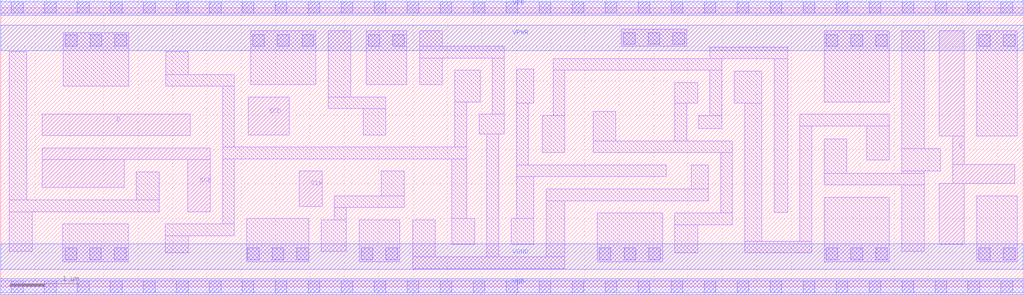
<source format=lef>
# Copyright 2020 The SkyWater PDK Authors
#
# Licensed under the Apache License, Version 2.0 (the "License");
# you may not use this file except in compliance with the License.
# You may obtain a copy of the License at
#
#     https://www.apache.org/licenses/LICENSE-2.0
#
# Unless required by applicable law or agreed to in writing, software
# distributed under the License is distributed on an "AS IS" BASIS,
# WITHOUT WARRANTIES OR CONDITIONS OF ANY KIND, either express or implied.
# See the License for the specific language governing permissions and
# limitations under the License.
#
# SPDX-License-Identifier: Apache-2.0

VERSION 5.5 ;
NAMESCASESENSITIVE ON ;
BUSBITCHARS "[]" ;
DIVIDERCHAR "/" ;
SITE unithvdbl
    SYMMETRY y  ;
    CLASS CORE  ;
    SIZE  0.480 BY 8.140 ;
END unithvdbl
MACRO sky130_fd_sc_hvl__sdfxtp_1
  CLASS CORE ;
  SOURCE USER ;
  ORIGIN  0.000000  0.000000 ;
  SIZE  14.88000 BY  4.070000 ;
  SYMMETRY X Y ;
  SITE unithv ;
  PIN D
    ANTENNAGATEAREA  0.420000 ;
    DIRECTION INPUT ;
    USE SIGNAL ;
    PORT
      LAYER li1 ;
        RECT 0.605000 2.205000 2.755000 2.520000 ;
    END
  END D
  PIN Q
    ANTENNADIFFAREA  0.596250 ;
    DIRECTION OUTPUT ;
    USE SIGNAL ;
    PORT
      LAYER li1 ;
        RECT 13.660000 0.615000 14.020000 1.505000 ;
        RECT 13.660000 2.195000 14.020000 3.735000 ;
        RECT 13.850000 1.505000 14.755000 1.780000 ;
        RECT 13.850000 1.780000 14.020000 2.195000 ;
    END
  END Q
  PIN SCD
    ANTENNAGATEAREA  0.420000 ;
    DIRECTION INPUT ;
    USE SIGNAL ;
    PORT
      LAYER li1 ;
        RECT 3.600000 2.215000 4.195000 2.765000 ;
    END
  END SCD
  PIN SCE
    ANTENNAGATEAREA  0.840000 ;
    DIRECTION INPUT ;
    USE SIGNAL ;
    PORT
      LAYER li1 ;
        RECT 0.605000 1.445000 1.795000 1.855000 ;
        RECT 0.605000 1.855000 3.050000 2.025000 ;
        RECT 2.720000 1.095000 3.050000 1.855000 ;
    END
  END SCE
  PIN CLK
    ANTENNAGATEAREA  0.585000 ;
    DIRECTION INPUT ;
    USE CLOCK ;
    PORT
      LAYER li1 ;
        RECT 4.345000 1.175000 4.675000 1.685000 ;
    END
  END CLK
  PIN VGND
    DIRECTION INOUT ;
    USE GROUND ;
    PORT
      LAYER met1 ;
        RECT 0.000000 0.255000 14.880000 0.625000 ;
    END
  END VGND
  PIN VNB
    DIRECTION INOUT ;
    USE GROUND ;
    PORT
      LAYER met1 ;
        RECT 0.000000 -0.115000 14.880000 0.115000 ;
    END
  END VNB
  PIN VPB
    DIRECTION INOUT ;
    USE POWER ;
    PORT
      LAYER met1 ;
        RECT 0.000000 3.955000 14.880000 4.185000 ;
    END
  END VPB
  PIN VPWR
    DIRECTION INOUT ;
    USE POWER ;
    PORT
      LAYER met1 ;
        RECT 0.000000 3.445000 14.880000 3.815000 ;
    END
  END VPWR
  OBS
    LAYER li1 ;
      RECT  0.000000 -0.085000 14.880000 0.085000 ;
      RECT  0.000000  3.985000 14.880000 4.155000 ;
      RECT  0.125000  0.515000  0.455000 1.095000 ;
      RECT  0.125000  1.095000  2.305000 1.265000 ;
      RECT  0.125000  1.265000  0.380000 3.425000 ;
      RECT  0.905000  0.365000  1.855000 0.915000 ;
      RECT  0.910000  2.925000  1.860000 3.705000 ;
      RECT  1.975000  1.265000  2.305000 1.675000 ;
      RECT  2.395000  0.495000  2.725000 0.745000 ;
      RECT  2.395000  0.745000  3.400000 0.915000 ;
      RECT  2.400000  2.925000  3.400000 3.095000 ;
      RECT  2.400000  3.095000  2.730000 3.425000 ;
      RECT  3.230000  0.915000  3.400000 1.865000 ;
      RECT  3.230000  1.865000  6.780000 2.035000 ;
      RECT  3.230000  2.035000  3.400000 2.925000 ;
      RECT  3.580000  0.365000  4.485000 0.995000 ;
      RECT  3.635000  2.945000  4.585000 3.735000 ;
      RECT  4.665000  0.515000  5.025000 0.975000 ;
      RECT  4.765000  2.595000  5.605000 2.765000 ;
      RECT  4.765000  2.765000  5.095000 3.735000 ;
      RECT  4.855000  0.975000  5.025000 1.155000 ;
      RECT  4.855000  1.155000  5.870000 1.325000 ;
      RECT  5.215000  0.365000  5.805000 0.975000 ;
      RECT  5.275000  2.215000  5.605000 2.595000 ;
      RECT  5.315000  2.945000  5.905000 3.735000 ;
      RECT  5.540000  1.325000  5.870000 1.685000 ;
      RECT  5.995000  0.265000  8.210000 0.435000 ;
      RECT  5.995000  0.435000  6.325000 0.975000 ;
      RECT  6.095000  2.945000  6.425000 3.335000 ;
      RECT  6.095000  3.335000  7.325000 3.505000 ;
      RECT  6.095000  3.505000  6.425000 3.735000 ;
      RECT  6.565000  0.615000  6.895000 0.995000 ;
      RECT  6.565000  0.995000  6.780000 1.865000 ;
      RECT  6.610000  2.035000  6.780000 2.695000 ;
      RECT  6.610000  2.695000  6.975000 3.155000 ;
      RECT  6.960000  2.225000  7.325000 2.515000 ;
      RECT  7.075000  0.435000  7.245000 2.225000 ;
      RECT  7.155000  2.515000  7.325000 3.335000 ;
      RECT  7.425000  0.615000  7.755000 0.995000 ;
      RECT  7.505000  0.995000  7.755000 1.605000 ;
      RECT  7.505000  1.605000  9.685000 1.775000 ;
      RECT  7.505000  1.775000  7.675000 2.675000 ;
      RECT  7.505000  2.675000  7.755000 3.175000 ;
      RECT  7.880000  1.955000  8.210000 2.495000 ;
      RECT  7.935000  0.435000  8.210000 1.255000 ;
      RECT  7.935000  1.255000 10.295000 1.425000 ;
      RECT  8.040000  2.495000  8.210000 3.155000 ;
      RECT  8.040000  3.155000 10.490000 3.325000 ;
      RECT  8.620000  1.955000 10.645000 2.125000 ;
      RECT  8.620000  2.125000  8.950000 2.555000 ;
      RECT  8.680000  0.365000  9.630000 1.075000 ;
      RECT  9.030000  3.505000  9.980000 3.755000 ;
      RECT  9.810000  0.495000 10.140000 0.905000 ;
      RECT  9.810000  0.905000 10.645000 1.075000 ;
      RECT  9.810000  2.125000  9.980000 2.675000 ;
      RECT  9.810000  2.675000 10.140000 2.975000 ;
      RECT 10.045000  1.425000 10.295000 1.775000 ;
      RECT 10.160000  2.305000 10.490000 2.495000 ;
      RECT 10.320000  2.495000 10.490000 3.155000 ;
      RECT 10.320000  3.325000 11.450000 3.495000 ;
      RECT 10.475000  1.075000 10.645000 1.955000 ;
      RECT 10.670000  2.675000 11.075000 3.145000 ;
      RECT 10.825000  0.495000 11.800000 0.665000 ;
      RECT 10.825000  0.665000 11.075000 2.675000 ;
      RECT 11.255000  1.085000 11.450000 3.325000 ;
      RECT 11.630000  0.665000 11.800000 2.345000 ;
      RECT 11.630000  2.345000 12.930000 2.515000 ;
      RECT 11.980000  0.365000 12.930000 1.305000 ;
      RECT 11.980000  1.485000 13.440000 1.655000 ;
      RECT 11.980000  1.655000 12.310000 2.155000 ;
      RECT 11.980000  2.695000 12.930000 3.735000 ;
      RECT 12.600000  1.845000 12.930000 2.345000 ;
      RECT 13.110000  0.515000 13.440000 1.485000 ;
      RECT 13.110000  1.655000 13.440000 1.685000 ;
      RECT 13.110000  1.685000 13.670000 2.015000 ;
      RECT 13.110000  2.015000 13.440000 3.735000 ;
      RECT 14.200000  0.365000 14.790000 1.325000 ;
      RECT 14.200000  2.195000 14.790000 3.735000 ;
    LAYER mcon ;
      RECT  0.155000 -0.085000  0.325000 0.085000 ;
      RECT  0.155000 -0.085000  0.325000 0.085000 ;
      RECT  0.155000  3.985000  0.325000 4.155000 ;
      RECT  0.155000  3.985000  0.325000 4.155000 ;
      RECT  0.635000 -0.085000  0.805000 0.085000 ;
      RECT  0.635000 -0.085000  0.805000 0.085000 ;
      RECT  0.635000  3.985000  0.805000 4.155000 ;
      RECT  0.635000  3.985000  0.805000 4.155000 ;
      RECT  0.935000  0.395000  1.105000 0.565000 ;
      RECT  0.940000  3.505000  1.110000 3.675000 ;
      RECT  1.115000 -0.085000  1.285000 0.085000 ;
      RECT  1.115000 -0.085000  1.285000 0.085000 ;
      RECT  1.115000  3.985000  1.285000 4.155000 ;
      RECT  1.115000  3.985000  1.285000 4.155000 ;
      RECT  1.295000  0.395000  1.465000 0.565000 ;
      RECT  1.300000  3.505000  1.470000 3.675000 ;
      RECT  1.595000 -0.085000  1.765000 0.085000 ;
      RECT  1.595000 -0.085000  1.765000 0.085000 ;
      RECT  1.595000  3.985000  1.765000 4.155000 ;
      RECT  1.595000  3.985000  1.765000 4.155000 ;
      RECT  1.655000  0.395000  1.825000 0.565000 ;
      RECT  1.660000  3.505000  1.830000 3.675000 ;
      RECT  2.075000 -0.085000  2.245000 0.085000 ;
      RECT  2.075000 -0.085000  2.245000 0.085000 ;
      RECT  2.075000  3.985000  2.245000 4.155000 ;
      RECT  2.075000  3.985000  2.245000 4.155000 ;
      RECT  2.555000 -0.085000  2.725000 0.085000 ;
      RECT  2.555000 -0.085000  2.725000 0.085000 ;
      RECT  2.555000  3.985000  2.725000 4.155000 ;
      RECT  2.555000  3.985000  2.725000 4.155000 ;
      RECT  3.035000 -0.085000  3.205000 0.085000 ;
      RECT  3.035000 -0.085000  3.205000 0.085000 ;
      RECT  3.035000  3.985000  3.205000 4.155000 ;
      RECT  3.035000  3.985000  3.205000 4.155000 ;
      RECT  3.515000 -0.085000  3.685000 0.085000 ;
      RECT  3.515000 -0.085000  3.685000 0.085000 ;
      RECT  3.515000  3.985000  3.685000 4.155000 ;
      RECT  3.515000  3.985000  3.685000 4.155000 ;
      RECT  3.590000  0.395000  3.760000 0.565000 ;
      RECT  3.665000  3.505000  3.835000 3.675000 ;
      RECT  3.950000  0.395000  4.120000 0.565000 ;
      RECT  3.995000 -0.085000  4.165000 0.085000 ;
      RECT  3.995000 -0.085000  4.165000 0.085000 ;
      RECT  3.995000  3.985000  4.165000 4.155000 ;
      RECT  3.995000  3.985000  4.165000 4.155000 ;
      RECT  4.025000  3.505000  4.195000 3.675000 ;
      RECT  4.310000  0.395000  4.480000 0.565000 ;
      RECT  4.385000  3.505000  4.555000 3.675000 ;
      RECT  4.475000 -0.085000  4.645000 0.085000 ;
      RECT  4.475000 -0.085000  4.645000 0.085000 ;
      RECT  4.475000  3.985000  4.645000 4.155000 ;
      RECT  4.475000  3.985000  4.645000 4.155000 ;
      RECT  4.955000 -0.085000  5.125000 0.085000 ;
      RECT  4.955000 -0.085000  5.125000 0.085000 ;
      RECT  4.955000  3.985000  5.125000 4.155000 ;
      RECT  4.955000  3.985000  5.125000 4.155000 ;
      RECT  5.245000  0.395000  5.415000 0.565000 ;
      RECT  5.345000  3.505000  5.515000 3.675000 ;
      RECT  5.435000 -0.085000  5.605000 0.085000 ;
      RECT  5.435000 -0.085000  5.605000 0.085000 ;
      RECT  5.435000  3.985000  5.605000 4.155000 ;
      RECT  5.435000  3.985000  5.605000 4.155000 ;
      RECT  5.605000  0.395000  5.775000 0.565000 ;
      RECT  5.705000  3.505000  5.875000 3.675000 ;
      RECT  5.915000 -0.085000  6.085000 0.085000 ;
      RECT  5.915000 -0.085000  6.085000 0.085000 ;
      RECT  5.915000  3.985000  6.085000 4.155000 ;
      RECT  5.915000  3.985000  6.085000 4.155000 ;
      RECT  6.395000 -0.085000  6.565000 0.085000 ;
      RECT  6.395000 -0.085000  6.565000 0.085000 ;
      RECT  6.395000  3.985000  6.565000 4.155000 ;
      RECT  6.395000  3.985000  6.565000 4.155000 ;
      RECT  6.875000 -0.085000  7.045000 0.085000 ;
      RECT  6.875000 -0.085000  7.045000 0.085000 ;
      RECT  6.875000  3.985000  7.045000 4.155000 ;
      RECT  6.875000  3.985000  7.045000 4.155000 ;
      RECT  7.355000 -0.085000  7.525000 0.085000 ;
      RECT  7.355000 -0.085000  7.525000 0.085000 ;
      RECT  7.355000  3.985000  7.525000 4.155000 ;
      RECT  7.355000  3.985000  7.525000 4.155000 ;
      RECT  7.835000 -0.085000  8.005000 0.085000 ;
      RECT  7.835000 -0.085000  8.005000 0.085000 ;
      RECT  7.835000  3.985000  8.005000 4.155000 ;
      RECT  7.835000  3.985000  8.005000 4.155000 ;
      RECT  8.315000 -0.085000  8.485000 0.085000 ;
      RECT  8.315000 -0.085000  8.485000 0.085000 ;
      RECT  8.315000  3.985000  8.485000 4.155000 ;
      RECT  8.315000  3.985000  8.485000 4.155000 ;
      RECT  8.710000  0.395000  8.880000 0.565000 ;
      RECT  8.795000 -0.085000  8.965000 0.085000 ;
      RECT  8.795000 -0.085000  8.965000 0.085000 ;
      RECT  8.795000  3.985000  8.965000 4.155000 ;
      RECT  8.795000  3.985000  8.965000 4.155000 ;
      RECT  9.060000  3.535000  9.230000 3.705000 ;
      RECT  9.070000  0.395000  9.240000 0.565000 ;
      RECT  9.275000 -0.085000  9.445000 0.085000 ;
      RECT  9.275000 -0.085000  9.445000 0.085000 ;
      RECT  9.275000  3.985000  9.445000 4.155000 ;
      RECT  9.275000  3.985000  9.445000 4.155000 ;
      RECT  9.420000  3.535000  9.590000 3.705000 ;
      RECT  9.430000  0.395000  9.600000 0.565000 ;
      RECT  9.755000 -0.085000  9.925000 0.085000 ;
      RECT  9.755000 -0.085000  9.925000 0.085000 ;
      RECT  9.755000  3.985000  9.925000 4.155000 ;
      RECT  9.755000  3.985000  9.925000 4.155000 ;
      RECT  9.780000  3.535000  9.950000 3.705000 ;
      RECT 10.235000 -0.085000 10.405000 0.085000 ;
      RECT 10.235000 -0.085000 10.405000 0.085000 ;
      RECT 10.235000  3.985000 10.405000 4.155000 ;
      RECT 10.235000  3.985000 10.405000 4.155000 ;
      RECT 10.715000 -0.085000 10.885000 0.085000 ;
      RECT 10.715000 -0.085000 10.885000 0.085000 ;
      RECT 10.715000  3.985000 10.885000 4.155000 ;
      RECT 10.715000  3.985000 10.885000 4.155000 ;
      RECT 11.195000 -0.085000 11.365000 0.085000 ;
      RECT 11.195000 -0.085000 11.365000 0.085000 ;
      RECT 11.195000  3.985000 11.365000 4.155000 ;
      RECT 11.195000  3.985000 11.365000 4.155000 ;
      RECT 11.675000 -0.085000 11.845000 0.085000 ;
      RECT 11.675000 -0.085000 11.845000 0.085000 ;
      RECT 11.675000  3.985000 11.845000 4.155000 ;
      RECT 11.675000  3.985000 11.845000 4.155000 ;
      RECT 12.010000  0.395000 12.180000 0.565000 ;
      RECT 12.010000  3.505000 12.180000 3.675000 ;
      RECT 12.155000 -0.085000 12.325000 0.085000 ;
      RECT 12.155000 -0.085000 12.325000 0.085000 ;
      RECT 12.155000  3.985000 12.325000 4.155000 ;
      RECT 12.155000  3.985000 12.325000 4.155000 ;
      RECT 12.370000  0.395000 12.540000 0.565000 ;
      RECT 12.370000  3.505000 12.540000 3.675000 ;
      RECT 12.635000 -0.085000 12.805000 0.085000 ;
      RECT 12.635000 -0.085000 12.805000 0.085000 ;
      RECT 12.635000  3.985000 12.805000 4.155000 ;
      RECT 12.635000  3.985000 12.805000 4.155000 ;
      RECT 12.730000  0.395000 12.900000 0.565000 ;
      RECT 12.730000  3.505000 12.900000 3.675000 ;
      RECT 13.115000 -0.085000 13.285000 0.085000 ;
      RECT 13.115000 -0.085000 13.285000 0.085000 ;
      RECT 13.115000  3.985000 13.285000 4.155000 ;
      RECT 13.115000  3.985000 13.285000 4.155000 ;
      RECT 13.595000 -0.085000 13.765000 0.085000 ;
      RECT 13.595000 -0.085000 13.765000 0.085000 ;
      RECT 13.595000  3.985000 13.765000 4.155000 ;
      RECT 13.595000  3.985000 13.765000 4.155000 ;
      RECT 14.075000 -0.085000 14.245000 0.085000 ;
      RECT 14.075000 -0.085000 14.245000 0.085000 ;
      RECT 14.075000  3.985000 14.245000 4.155000 ;
      RECT 14.075000  3.985000 14.245000 4.155000 ;
      RECT 14.230000  0.395000 14.400000 0.565000 ;
      RECT 14.230000  3.505000 14.400000 3.675000 ;
      RECT 14.555000 -0.085000 14.725000 0.085000 ;
      RECT 14.555000 -0.085000 14.725000 0.085000 ;
      RECT 14.555000  3.985000 14.725000 4.155000 ;
      RECT 14.555000  3.985000 14.725000 4.155000 ;
      RECT 14.590000  0.395000 14.760000 0.565000 ;
      RECT 14.590000  3.505000 14.760000 3.675000 ;
  END
END sky130_fd_sc_hvl__sdfxtp_1

</source>
